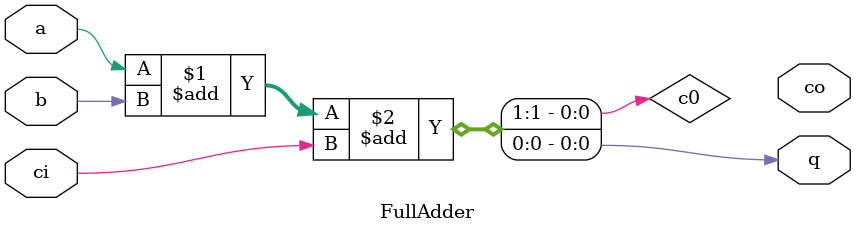
<source format=v>
`timescale 1ns / 1ps


module FullAdder(
    input a,
    input b,
    input ci,
    output q,
    output co
    );
    assign {c0, q} = a + b + ci;
endmodule

</source>
